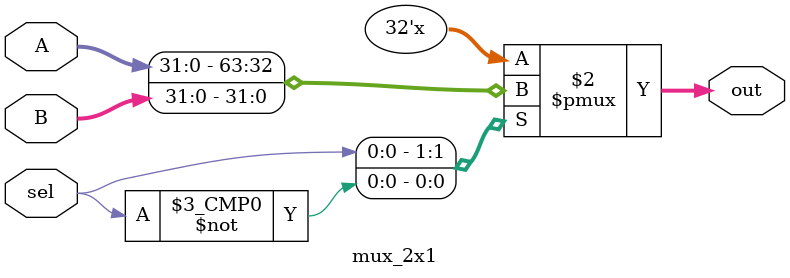
<source format=sv>
`timescale 1ns / 1ps

module mux_2x1 #(parameter WIDTH = 32)(
  input logic [(WIDTH - 1) : 0] A, 
  input logic [(WIDTH - 1) : 0] B, 
  input logic                   sel,
  
  output logic [(WIDTH - 1) : 0] out 
);

    always_comb begin
        case(sel)
            1'b1: out = A;
            1'b0: out = B;
        endcase
    end
  
endmodule
</source>
